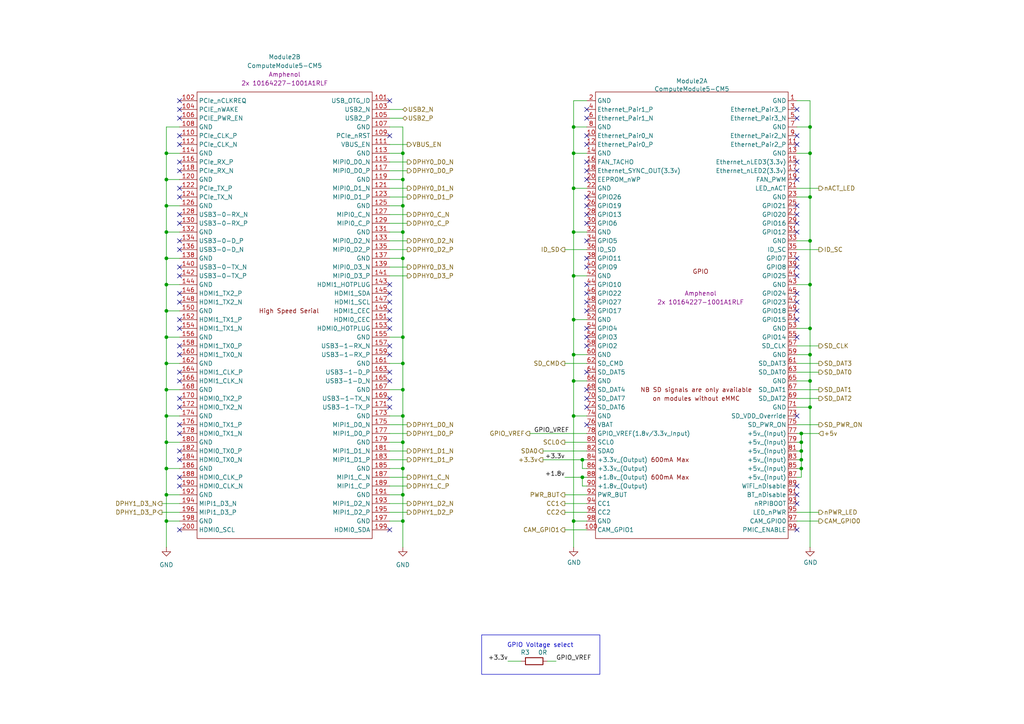
<source format=kicad_sch>
(kicad_sch (version 20231120) (generator "eeschema") (generator_version "8.0")
  (paper "A4")
  (lib_symbols
    (symbol "CM5IO:ComputeModule5-CM5"
      (property "Reference" "Module" (at 113.03 -68.58 0))
      (property "Value" "ComputeModule5-CM5" (at 140.97 2.54 0))
      (property "Field4" "Amphenol" (at 0 0 0))
      (property "Field5" "2x 10164227-1001A1RLF" (at 0 -2.54 0))
      (symbol "ComputeModule5-CM5_1_0"
        (text "GPIO" (at 0 6.35 0) (effects (font (size 1.27 1.27))))
      )
      (symbol "ComputeModule5-CM5_1_1"
        (rectangle (start -30.48 -71.12) (end 25.4 58.42))
        (text "600mA Max" (at -8.89 -53.34 0) (effects (font (size 1.27 1.27))))
        (text "600mA Max" (at -8.89 -48.26 0) (effects (font (size 1.27 1.27))))
        (text "NB SD signals are only available" (at -1.27 -27.94 0) (effects (font (size 1.27 1.27))))
        (text "on modules without eMMC" (at -1.27 -30.48 0) (effects (font (size 1.27 1.27))))
        (pin power_in line (at 27.94 55.88 180) (length 2.54) (name "GND") (number "1"))
        (pin passive line (at -33.02 45.72 0) (length 2.54) (name "Ethernet_Pair0_N") (number "10"))
        (pin passive line (at -33.02 -68.58 0) (length 2.54) (name "CAM_GPIO1") (number "100"))
        (pin passive line (at 27.94 43.18 180) (length 2.54) (name "Ethernet_Pair2_P") (number "11"))
        (pin passive line (at -33.02 43.18 0) (length 2.54) (name "Ethernet_Pair0_P") (number "12"))
        (pin power_in line (at 27.94 40.64 180) (length 2.54) (name "GND") (number "13"))
        (pin power_in line (at -33.02 40.64 0) (length 2.54) (name "GND") (number "14"))
        (pin output line (at 27.94 38.1 180) (length 2.54) (name "Ethernet_nLED3(3.3v)") (number "15"))
        (pin input line (at -33.02 38.1 0) (length 2.54) (name "FAN_TACHO") (number "16"))
        (pin output line (at 27.94 35.56 180) (length 2.54) (name "Ethernet_nLED2(3.3v)") (number "17"))
        (pin input line (at -33.02 35.56 0) (length 2.54) (name "Ethernet_SYNC_OUT(3.3v)") (number "18"))
        (pin output line (at 27.94 33.02 180) (length 2.54) (name "FAN_PWM") (number "19"))
        (pin power_in line (at -33.02 55.88 0) (length 2.54) (name "GND") (number "2"))
        (pin passive line (at -33.02 33.02 0) (length 2.54) (name "EEPROM_nWP") (number "20"))
        (pin open_collector line (at 27.94 30.48 180) (length 2.54) (name "LED_nACT") (number "21"))
        (pin power_in line (at -33.02 30.48 0) (length 2.54) (name "GND") (number "22"))
        (pin power_in line (at 27.94 27.94 180) (length 2.54) (name "GND") (number "23"))
        (pin passive line (at -33.02 27.94 0) (length 2.54) (name "GPIO26") (number "24"))
        (pin passive line (at 27.94 25.4 180) (length 2.54) (name "GPIO21") (number "25"))
        (pin passive line (at -33.02 25.4 0) (length 2.54) (name "GPIO19") (number "26"))
        (pin passive line (at 27.94 22.86 180) (length 2.54) (name "GPIO20") (number "27"))
        (pin passive line (at -33.02 22.86 0) (length 2.54) (name "GPIO13") (number "28"))
        (pin passive line (at 27.94 20.32 180) (length 2.54) (name "GPIO16") (number "29"))
        (pin passive line (at 27.94 53.34 180) (length 2.54) (name "Ethernet_Pair3_P") (number "3"))
        (pin passive line (at -33.02 20.32 0) (length 2.54) (name "GPIO6") (number "30"))
        (pin passive line (at 27.94 17.78 180) (length 2.54) (name "GPIO12") (number "31"))
        (pin power_in line (at -33.02 17.78 0) (length 2.54) (name "GND") (number "32"))
        (pin power_in line (at 27.94 15.24 180) (length 2.54) (name "GND") (number "33"))
        (pin passive line (at -33.02 15.24 0) (length 2.54) (name "GPIO5") (number "34"))
        (pin passive line (at 27.94 12.7 180) (length 2.54) (name "ID_SC") (number "35"))
        (pin passive line (at -33.02 12.7 0) (length 2.54) (name "ID_SD") (number "36"))
        (pin passive line (at 27.94 10.16 180) (length 2.54) (name "GPIO7") (number "37"))
        (pin passive line (at -33.02 10.16 0) (length 2.54) (name "GPIO11") (number "38"))
        (pin passive line (at 27.94 7.62 180) (length 2.54) (name "GPIO8") (number "39"))
        (pin passive line (at -33.02 53.34 0) (length 2.54) (name "Ethernet_Pair1_P") (number "4"))
        (pin passive line (at -33.02 7.62 0) (length 2.54) (name "GPIO9") (number "40"))
        (pin passive line (at 27.94 5.08 180) (length 2.54) (name "GPIO25") (number "41"))
        (pin power_in line (at -33.02 5.08 0) (length 2.54) (name "GND") (number "42"))
        (pin power_in line (at 27.94 2.54 180) (length 2.54) (name "GND") (number "43"))
        (pin passive line (at -33.02 2.54 0) (length 2.54) (name "GPIO10") (number "44"))
        (pin passive line (at 27.94 0 180) (length 2.54) (name "GPIO24") (number "45"))
        (pin passive line (at -33.02 0 0) (length 2.54) (name "GPIO22") (number "46"))
        (pin passive line (at 27.94 -2.54 180) (length 2.54) (name "GPIO23") (number "47"))
        (pin passive line (at -33.02 -2.54 0) (length 2.54) (name "GPIO27") (number "48"))
        (pin passive line (at 27.94 -5.08 180) (length 2.54) (name "GPIO18") (number "49"))
        (pin passive line (at 27.94 50.8 180) (length 2.54) (name "Ethernet_Pair3_N") (number "5"))
        (pin passive line (at -33.02 -5.08 0) (length 2.54) (name "GPIO17") (number "50"))
        (pin passive line (at 27.94 -7.62 180) (length 2.54) (name "GPIO15") (number "51"))
        (pin power_in line (at -33.02 -7.62 0) (length 2.54) (name "GND") (number "52"))
        (pin power_in line (at 27.94 -10.16 180) (length 2.54) (name "GND") (number "53"))
        (pin passive line (at -33.02 -10.16 0) (length 2.54) (name "GPIO4") (number "54"))
        (pin passive line (at 27.94 -12.7 180) (length 2.54) (name "GPIO14") (number "55"))
        (pin passive line (at -33.02 -12.7 0) (length 2.54) (name "GPIO3") (number "56"))
        (pin passive line (at 27.94 -15.24 180) (length 2.54) (name "SD_CLK") (number "57"))
        (pin passive line (at -33.02 -15.24 0) (length 2.54) (name "GPIO2") (number "58"))
        (pin power_in line (at 27.94 -17.78 180) (length 2.54) (name "GND") (number "59"))
        (pin passive line (at -33.02 50.8 0) (length 2.54) (name "Ethernet_Pair1_N") (number "6"))
        (pin power_in line (at -33.02 -17.78 0) (length 2.54) (name "GND") (number "60"))
        (pin passive line (at 27.94 -20.32 180) (length 2.54) (name "SD_DAT3") (number "61"))
        (pin passive line (at -33.02 -20.32 0) (length 2.54) (name "SD_CMD") (number "62"))
        (pin passive line (at 27.94 -22.86 180) (length 2.54) (name "SD_DAT0") (number "63"))
        (pin passive line (at -33.02 -22.86 0) (length 2.54) (name "SD_DAT5") (number "64"))
        (pin power_in line (at 27.94 -25.4 180) (length 2.54) (name "GND") (number "65"))
        (pin power_in line (at -33.02 -25.4 0) (length 2.54) (name "GND") (number "66"))
        (pin passive line (at 27.94 -27.94 180) (length 2.54) (name "SD_DAT1") (number "67"))
        (pin passive line (at -33.02 -27.94 0) (length 2.54) (name "SD_DAT4") (number "68"))
        (pin passive line (at 27.94 -30.48 180) (length 2.54) (name "SD_DAT2") (number "69"))
        (pin power_in line (at 27.94 48.26 180) (length 2.54) (name "GND") (number "7"))
        (pin passive line (at -33.02 -30.48 0) (length 2.54) (name "SD_DAT7") (number "70"))
        (pin power_in line (at 27.94 -33.02 180) (length 2.54) (name "GND") (number "71"))
        (pin passive line (at -33.02 -33.02 0) (length 2.54) (name "SD_DAT6") (number "72"))
        (pin input line (at 27.94 -35.56 180) (length 2.54) (name "SD_VDD_Override") (number "73"))
        (pin power_in line (at -33.02 -35.56 0) (length 2.54) (name "GND") (number "74"))
        (pin output line (at 27.94 -38.1 180) (length 2.54) (name "SD_PWR_ON") (number "75"))
        (pin passive line (at -33.02 -38.1 0) (length 2.54) (name "VBAT") (number "76"))
        (pin power_in line (at 27.94 -40.64 180) (length 2.54) (name "+5v_(Input)") (number "77"))
        (pin power_in line (at -33.02 -40.64 0) (length 2.54) (name "GPIO_VREF(1.8v/3.3v_Input)") (number "78"))
        (pin power_in line (at 27.94 -43.18 180) (length 2.54) (name "+5v_(Input)") (number "79"))
        (pin power_in line (at -33.02 48.26 0) (length 2.54) (name "GND") (number "8"))
        (pin passive line (at -33.02 -43.18 0) (length 2.54) (name "SCL0") (number "80"))
        (pin power_in line (at 27.94 -45.72 180) (length 2.54) (name "+5v_(Input)") (number "81"))
        (pin passive line (at -33.02 -45.72 0) (length 2.54) (name "SDA0") (number "82"))
        (pin power_in line (at 27.94 -48.26 180) (length 2.54) (name "+5v_(Input)") (number "83"))
        (pin power_out line (at -33.02 -48.26 0) (length 2.54) (name "+3.3v_(Output)") (number "84"))
        (pin power_in line (at 27.94 -50.8 180) (length 2.54) (name "+5v_(Input)") (number "85"))
        (pin passive line (at -33.02 -50.8 0) (length 2.54) (name "+3.3v_(Output)") (number "86"))
        (pin power_in line (at 27.94 -53.34 180) (length 2.54) (name "+5v_(Input)") (number "87"))
        (pin power_out line (at -33.02 -53.34 0) (length 2.54) (name "+1.8v_(Output)") (number "88"))
        (pin input line (at 27.94 -55.88 180) (length 2.54) (name "WiFi_nDisable") (number "89"))
        (pin passive line (at 27.94 45.72 180) (length 2.54) (name "Ethernet_Pair2_N") (number "9"))
        (pin passive line (at -33.02 -55.88 0) (length 2.54) (name "+1.8v_(Output)") (number "90"))
        (pin input line (at 27.94 -58.42 180) (length 2.54) (name "BT_nDisable") (number "91"))
        (pin passive line (at -33.02 -58.42 0) (length 2.54) (name "PWR_BUT") (number "92"))
        (pin input line (at 27.94 -60.96 180) (length 2.54) (name "nRPIBOOT") (number "93"))
        (pin passive line (at -33.02 -60.96 0) (length 2.54) (name "CC1") (number "94"))
        (pin output line (at 27.94 -63.5 180) (length 2.54) (name "LED_nPWR") (number "95"))
        (pin passive line (at -33.02 -63.5 0) (length 2.54) (name "CC2") (number "96"))
        (pin passive line (at 27.94 -66.04 180) (length 2.54) (name "CAM_GPIO0") (number "97"))
        (pin power_in line (at -33.02 -66.04 0) (length 2.54) (name "GND") (number "98"))
        (pin input line (at 27.94 -68.58 180) (length 2.54) (name "PMIC_ENABLE") (number "99"))
      )
      (symbol "ComputeModule5-CM5_2_1"
        (rectangle (start 114.3 -66.04) (end 165.1 63.5))
        (text "High Speed Serial" (at 140.97 0 0) (effects (font (size 1.27 1.27))))
        (pin input line (at 170.18 60.96 180) (length 5.08) (name "USB_OTG_ID") (number "101"))
        (pin input line (at 109.22 60.96 0) (length 5.08) (name "PCIe_nCLKREQ") (number "102"))
        (pin passive line (at 170.18 58.42 180) (length 5.08) (name "USB2_N") (number "103"))
        (pin input line (at 109.22 58.42 0) (length 5.08) (name "PCIE_nWAKE") (number "104"))
        (pin passive line (at 170.18 55.88 180) (length 5.08) (name "USB2_P") (number "105"))
        (pin output line (at 109.22 55.88 0) (length 5.08) (name "PCIE_PWR_EN") (number "106"))
        (pin power_in line (at 170.18 53.34 180) (length 5.08) (name "GND") (number "107"))
        (pin power_in line (at 109.22 53.34 0) (length 5.08) (name "GND") (number "108"))
        (pin output line (at 170.18 50.8 180) (length 5.08) (name "PCIe_nRST") (number "109"))
        (pin output line (at 109.22 50.8 0) (length 5.08) (name "PCIe_CLK_P") (number "110"))
        (pin output line (at 170.18 48.26 180) (length 5.08) (name "VBUS_EN") (number "111"))
        (pin output line (at 109.22 48.26 0) (length 5.08) (name "PCIe_CLK_N") (number "112"))
        (pin power_in line (at 170.18 45.72 180) (length 5.08) (name "GND") (number "113"))
        (pin power_in line (at 109.22 45.72 0) (length 5.08) (name "GND") (number "114"))
        (pin input line (at 170.18 43.18 180) (length 5.08) (name "MIPI0_D0_N") (number "115"))
        (pin input line (at 109.22 43.18 0) (length 5.08) (name "PCIe_RX_P") (number "116"))
        (pin input line (at 170.18 40.64 180) (length 5.08) (name "MIPI0_D0_P") (number "117"))
        (pin input line (at 109.22 40.64 0) (length 5.08) (name "PCIe_RX_N") (number "118"))
        (pin power_in line (at 170.18 38.1 180) (length 5.08) (name "GND") (number "119"))
        (pin power_in line (at 109.22 38.1 0) (length 5.08) (name "GND") (number "120"))
        (pin input line (at 170.18 35.56 180) (length 5.08) (name "MIPI0_D1_N") (number "121"))
        (pin output line (at 109.22 35.56 0) (length 5.08) (name "PCIe_TX_P") (number "122"))
        (pin input line (at 170.18 33.02 180) (length 5.08) (name "MIPI0_D1_P") (number "123"))
        (pin output line (at 109.22 33.02 0) (length 5.08) (name "PCIe_TX_N") (number "124"))
        (pin power_in line (at 170.18 30.48 180) (length 5.08) (name "GND") (number "125"))
        (pin power_in line (at 109.22 30.48 0) (length 5.08) (name "GND") (number "126"))
        (pin input line (at 170.18 27.94 180) (length 5.08) (name "MIPI0_C_N") (number "127"))
        (pin input line (at 109.22 27.94 0) (length 5.08) (name "USB3-0-RX_N") (number "128"))
        (pin input line (at 170.18 25.4 180) (length 5.08) (name "MIPI0_C_P") (number "129"))
        (pin input line (at 109.22 25.4 0) (length 5.08) (name "USB3-0-RX_P") (number "130"))
        (pin power_in line (at 170.18 22.86 180) (length 5.08) (name "GND") (number "131"))
        (pin power_in line (at 109.22 22.86 0) (length 5.08) (name "GND") (number "132"))
        (pin input line (at 170.18 20.32 180) (length 5.08) (name "MIPI0_D2_N") (number "133"))
        (pin passive line (at 109.22 20.32 0) (length 5.08) (name "USB3-0-D_P") (number "134"))
        (pin input line (at 170.18 17.78 180) (length 5.08) (name "MIPI0_D2_P") (number "135"))
        (pin passive line (at 109.22 17.78 0) (length 5.08) (name "USB3-0-D_N") (number "136"))
        (pin power_in line (at 170.18 15.24 180) (length 5.08) (name "GND") (number "137"))
        (pin power_in line (at 109.22 15.24 0) (length 5.08) (name "GND") (number "138"))
        (pin input line (at 170.18 12.7 180) (length 5.08) (name "MIPI0_D3_N") (number "139"))
        (pin output line (at 109.22 12.7 0) (length 5.08) (name "USB3-0-TX_N") (number "140"))
        (pin input line (at 170.18 10.16 180) (length 5.08) (name "MIPI0_D3_P") (number "141"))
        (pin output line (at 109.22 10.16 0) (length 5.08) (name "USB3-0-TX_P") (number "142"))
        (pin input line (at 170.18 7.62 180) (length 5.08) (name "HDMI1_HOTPLUG") (number "143"))
        (pin power_in line (at 109.22 7.62 0) (length 5.08) (name "GND") (number "144"))
        (pin bidirectional line (at 170.18 5.08 180) (length 5.08) (name "HDMI1_SDA") (number "145"))
        (pin output line (at 109.22 5.08 0) (length 5.08) (name "HDMI1_TX2_P") (number "146"))
        (pin open_collector line (at 170.18 2.54 180) (length 5.08) (name "HDMI1_SCL") (number "147"))
        (pin output line (at 109.22 2.54 0) (length 5.08) (name "HDMI1_TX2_N") (number "148"))
        (pin open_collector line (at 170.18 0 180) (length 5.08) (name "HDMI1_CEC") (number "149"))
        (pin power_in line (at 109.22 0 0) (length 5.08) (name "GND") (number "150"))
        (pin open_collector line (at 170.18 -2.54 180) (length 5.08) (name "HDMI0_CEC") (number "151"))
        (pin output line (at 109.22 -2.54 0) (length 5.08) (name "HDMI1_TX1_P") (number "152"))
        (pin input line (at 170.18 -5.08 180) (length 5.08) (name "HDMI0_HOTPLUG") (number "153"))
        (pin output line (at 109.22 -5.08 0) (length 5.08) (name "HDMI1_TX1_N") (number "154"))
        (pin power_in line (at 170.18 -7.62 180) (length 5.08) (name "GND") (number "155"))
        (pin power_in line (at 109.22 -7.62 0) (length 5.08) (name "GND") (number "156"))
        (pin input line (at 170.18 -10.16 180) (length 5.08) (name "USB3-1-RX_N") (number "157"))
        (pin output line (at 109.22 -10.16 0) (length 5.08) (name "HDMI1_TX0_P") (number "158"))
        (pin input line (at 170.18 -12.7 180) (length 5.08) (name "USB3-1-RX_P") (number "159"))
        (pin output line (at 109.22 -12.7 0) (length 5.08) (name "HDMI1_TX0_N") (number "160"))
        (pin power_in line (at 170.18 -15.24 180) (length 5.08) (name "GND") (number "161"))
        (pin power_in line (at 109.22 -15.24 0) (length 5.08) (name "GND") (number "162"))
        (pin passive line (at 170.18 -17.78 180) (length 5.08) (name "USB3-1-D_P") (number "163"))
        (pin output line (at 109.22 -17.78 0) (length 5.08) (name "HDMI1_CLK_P") (number "164"))
        (pin passive line (at 170.18 -20.32 180) (length 5.08) (name "USB3-1-D_N") (number "165"))
        (pin output line (at 109.22 -20.32 0) (length 5.08) (name "HDMI1_CLK_N") (number "166"))
        (pin power_in line (at 170.18 -22.86 180) (length 5.08) (name "GND") (number "167"))
        (pin power_in line (at 109.22 -22.86 0) (length 5.08) (name "GND") (number "168"))
        (pin output line (at 170.18 -25.4 180) (length 5.08) (name "USB3-1-TX_N") (number "169"))
        (pin output line (at 109.22 -25.4 0) (length 5.08) (name "HDMI0_TX2_P") (number "170"))
        (pin output line (at 170.18 -27.94 180) (length 5.08) (name "USB3-1-TX_P") (number "171"))
        (pin output line (at 109.22 -27.94 0) (length 5.08) (name "HDMI0_TX2_N") (number "172"))
        (pin power_in line (at 170.18 -30.48 180) (length 5.08) (name "GND") (number "173"))
        (pin power_in line (at 109.22 -30.48 0) (length 5.08) (name "GND") (number "174"))
        (pin output line (at 170.18 -33.02 180) (length 5.08) (name "MIPI1_D0_N") (number "175"))
        (pin output line (at 109.22 -33.02 0) (length 5.08) (name "HDMI0_TX1_P") (number "176"))
        (pin output line (at 170.18 -35.56 180) (length 5.08) (name "MIPI1_D0_P") (number "177"))
        (pin output line (at 109.22 -35.56 0) (length 5.08) (name "HDMI0_TX1_N") (number "178"))
        (pin power_in line (at 170.18 -38.1 180) (length 5.08) (name "GND") (number "179"))
        (pin power_in line (at 109.22 -38.1 0) (length 5.08) (name "GND") (number "180"))
        (pin output line (at 170.18 -40.64 180) (length 5.08) (name "MIPI1_D1_N") (number "181"))
        (pin output line (at 109.22 -40.64 0) (length 5.08) (name "HDMI0_TX0_P") (number "182"))
        (pin output line (at 170.18 -43.18 180) (length 5.08) (name "MIPI1_D1_P") (number "183"))
        (pin output line (at 109.22 -43.18 0) (length 5.08) (name "HDMI0_TX0_N") (number "184"))
        (pin power_in line (at 170.18 -45.72 180) (length 5.08) (name "GND") (number "185"))
        (pin power_in line (at 109.22 -45.72 0) (length 5.08) (name "GND") (number "186"))
        (pin output line (at 170.18 -48.26 180) (length 5.08) (name "MIPI1_C_N") (number "187"))
        (pin output line (at 109.22 -48.26 0) (length 5.08) (name "HDMI0_CLK_P") (number "188"))
        (pin output line (at 170.18 -50.8 180) (length 5.08) (name "MIPI1_C_P") (number "189"))
        (pin output line (at 109.22 -50.8 0) (length 5.08) (name "HDMI0_CLK_N") (number "190"))
        (pin power_in line (at 170.18 -53.34 180) (length 5.08) (name "GND") (number "191"))
        (pin power_in line (at 109.22 -53.34 0) (length 5.08) (name "GND") (number "192"))
        (pin output line (at 170.18 -55.88 180) (length 5.08) (name "MIPI1_D2_N") (number "193"))
        (pin output line (at 109.22 -55.88 0) (length 5.08) (name "MIPI1_D3_N") (number "194"))
        (pin output line (at 170.18 -58.42 180) (length 5.08) (name "MIPI1_D2_P") (number "195"))
        (pin output line (at 109.22 -58.42 0) (length 5.08) (name "MIPI1_D3_P") (number "196"))
        (pin power_in line (at 170.18 -60.96 180) (length 5.08) (name "GND") (number "197"))
        (pin power_in line (at 109.22 -60.96 0) (length 5.08) (name "GND") (number "198"))
        (pin bidirectional line (at 170.18 -63.5 180) (length 5.08) (name "HDMI0_SDA") (number "199"))
        (pin open_collector line (at 109.22 -63.5 0) (length 5.08) (name "HDMI0_SCL") (number "200"))
      )
    )
    (symbol "Device:R" (pin_numbers hide) (pin_names (offset 0))
      (property "Reference" "R" (at 2.032 0 90))
      (property "Value" "R" (at 0 0 90))
      (symbol "R_0_1"
        (rectangle (start -1.016 -2.54) (end 1.016 2.54) (stroke (width 0.254)))
      )
      (symbol "R_1_1"
        (pin passive line (at 0 3.81 270) (length 1.27) (name "~") (number "1"))
        (pin passive line (at 0 -3.81 90) (length 1.27) (name "~") (number "2"))
      )
    )
    (symbol "power:GND" (power) (pin_numbers hide) (pin_names (offset 0) hide)
      (property "Value" "GND" (at 0 -3.81 0))
      (symbol "GND_0_1"
        (polyline (pts (xy 0 0) (xy 0 -1.27) (xy 1.27 -1.27) (xy 0 -2.54) (xy -1.27 -1.27) (xy 0 -1.27)))
      )
      (symbol "GND_1_1"
        (pin power_in line (at 0 0 270) (length 0) (name "~") (number "1"))
      )
    )
  )
  (junction (at 116.84 97.79))
  (junction (at 116.84 120.65))
  (junction (at 48.26 44.45))
  (junction (at 116.84 74.93))
  (junction (at 116.84 135.89))
  (junction (at 232.41 130.81))
  (junction (at 48.26 52.07))
  (junction (at 116.84 52.07))
  (junction (at 116.84 105.41))
  (junction (at 234.95 36.83))
  (junction (at 232.41 128.27))
  (junction (at 232.41 133.35))
  (junction (at 116.84 151.13))
  (junction (at 166.37 67.31))
  (junction (at 48.26 97.79))
  (junction (at 116.84 143.51))
  (junction (at 232.41 125.73))
  (junction (at 234.95 110.49))
  (junction (at 234.95 82.55))
  (junction (at 48.26 120.65))
  (junction (at 48.26 74.93))
  (junction (at 234.95 102.87))
  (junction (at 166.37 80.01))
  (junction (at 116.84 59.69))
  (junction (at 168.91 133.35))
  (junction (at 116.84 44.45))
  (junction (at 116.84 113.03))
  (junction (at 166.37 36.83))
  (junction (at 234.95 95.25))
  (junction (at 232.41 135.89))
  (junction (at 48.26 113.03))
  (junction (at 48.26 151.13))
  (junction (at 48.26 82.55))
  (junction (at 166.37 102.87))
  (junction (at 234.95 44.45))
  (junction (at 166.37 151.13))
  (junction (at 166.37 92.71))
  (junction (at 116.84 128.27))
  (junction (at 48.26 128.27))
  (junction (at 166.37 120.65))
  (junction (at 48.26 59.69))
  (junction (at 166.37 54.61))
  (junction (at 48.26 143.51))
  (junction (at 234.95 69.85))
  (junction (at 48.26 90.17))
  (junction (at 48.26 67.31))
  (junction (at 166.37 110.49))
  (junction (at 48.26 105.41))
  (junction (at 116.84 67.31))
  (junction (at 168.91 138.43))
  (junction (at 166.37 44.45))
  (junction (at 234.95 118.11))
  (junction (at 234.95 57.15))
  (junction (at 48.26 135.89))
  (no_connect (at 231.14 49.53))
  (no_connect (at 231.14 59.69))
  (no_connect (at 231.14 46.99))
  (no_connect (at 52.07 140.97))
  (no_connect (at 170.18 34.29))
  (no_connect (at 231.14 41.91))
  (no_connect (at 170.18 52.07))
  (no_connect (at 113.03 95.25))
  (no_connect (at 52.07 34.29))
  (no_connect (at 170.18 107.95))
  (no_connect (at 170.18 31.75))
  (no_connect (at 52.07 95.25))
  (no_connect (at 231.14 62.23))
  (no_connect (at 52.07 62.23))
  (no_connect (at 231.14 39.37))
  (no_connect (at 231.14 64.77))
  (no_connect (at 231.14 34.29))
  (no_connect (at 52.07 87.63))
  (no_connect (at 231.14 67.31))
  (no_connect (at 113.03 87.63))
  (no_connect (at 52.07 85.09))
  (no_connect (at 170.18 123.19))
  (no_connect (at 113.03 92.71))
  (no_connect (at 52.07 102.87))
  (no_connect (at 170.18 77.47))
  (no_connect (at 170.18 39.37))
  (no_connect (at 113.03 39.37))
  (no_connect (at 52.07 115.57))
  (no_connect (at 170.18 97.79))
  (no_connect (at 52.07 31.75))
  (no_connect (at 231.14 87.63))
  (no_connect (at 52.07 54.61))
  (no_connect (at 170.18 115.57))
  (no_connect (at 52.07 72.39))
  (no_connect (at 52.07 64.77))
  (no_connect (at 231.14 97.79))
  (no_connect (at 170.18 118.11))
  (no_connect (at 231.14 140.97))
  (no_connect (at 113.03 110.49))
  (no_connect (at 231.14 74.93))
  (no_connect (at 52.07 153.67))
  (no_connect (at 231.14 143.51))
  (no_connect (at 170.18 95.25))
  (no_connect (at 170.18 74.93))
  (no_connect (at 170.18 87.63))
  (no_connect (at 231.14 90.17))
  (no_connect (at 52.07 41.91))
  (no_connect (at 52.07 110.49))
  (no_connect (at 52.07 49.53))
  (no_connect (at 113.03 100.33))
  (no_connect (at 52.07 130.81))
  (no_connect (at 231.14 92.71))
  (no_connect (at 170.18 46.99))
  (no_connect (at 113.03 102.87))
  (no_connect (at 170.18 100.33))
  (no_connect (at 52.07 46.99))
  (no_connect (at 170.18 59.69))
  (no_connect (at 52.07 39.37))
  (no_connect (at 170.18 41.91))
  (no_connect (at 231.14 146.05))
  (no_connect (at 231.14 80.01))
  (no_connect (at 52.07 100.33))
  (no_connect (at 52.07 80.01))
  (no_connect (at 231.14 120.65))
  (no_connect (at 170.18 69.85))
  (no_connect (at 113.03 118.11))
  (no_connect (at 231.14 153.67))
  (no_connect (at 231.14 77.47))
  (no_connect (at 52.07 29.21))
  (no_connect (at 52.07 92.71))
  (no_connect (at 113.03 107.95))
  (no_connect (at 231.14 31.75))
  (no_connect (at 113.03 82.55))
  (no_connect (at 52.07 118.11))
  (no_connect (at 170.18 82.55))
  (no_connect (at 170.18 90.17))
  (no_connect (at 231.14 52.07))
  (no_connect (at 52.07 107.95))
  (no_connect (at 52.07 133.35))
  (no_connect (at 170.18 64.77))
  (no_connect (at 170.18 62.23))
  (no_connect (at 52.07 125.73))
  (no_connect (at 113.03 85.09))
  (no_connect (at 52.07 69.85))
  (no_connect (at 231.14 85.09))
  (no_connect (at 52.07 77.47))
  (no_connect (at 170.18 49.53))
  (no_connect (at 170.18 57.15))
  (no_connect (at 113.03 90.17))
  (no_connect (at 52.07 57.15))
  (no_connect (at 170.18 113.03))
  (no_connect (at 113.03 153.67))
  (no_connect (at 52.07 123.19))
  (no_connect (at 52.07 138.43))
  (no_connect (at 113.03 29.21))
  (no_connect (at 170.18 85.09))
  (no_connect (at 113.03 115.57))
  (wire (pts (xy 166.37 92.71) (xy 170.18 92.71)))
  (wire (pts (xy 48.26 105.41) (xy 52.07 105.41)))
  (wire (pts (xy 231.14 151.13) (xy 237.49 151.13)))
  (wire (pts (xy 48.26 82.55) (xy 52.07 82.55)))
  (wire (pts (xy 116.84 67.31) (xy 116.84 74.93)))
  (wire (pts (xy 48.26 82.55) (xy 48.26 90.17)))
  (wire (pts (xy 163.83 138.43) (xy 168.91 138.43)))
  (wire (pts (xy 166.37 44.45) (xy 166.37 54.61)))
  (wire (pts (xy 48.26 128.27) (xy 52.07 128.27)))
  (wire (pts (xy 231.14 102.87) (xy 234.95 102.87)))
  (wire (pts (xy 166.37 92.71) (xy 166.37 102.87)))
  (wire (pts (xy 116.84 135.89) (xy 116.84 143.51)))
  (wire (pts (xy 166.37 80.01) (xy 170.18 80.01)))
  (wire (pts (xy 113.03 97.79) (xy 116.84 97.79)))
  (wire (pts (xy 113.03 67.31) (xy 116.84 67.31)))
  (wire (pts (xy 48.26 120.65) (xy 48.26 128.27)))
  (wire (pts (xy 113.03 148.59) (xy 118.11 148.59)))
  (wire (pts (xy 113.03 80.01) (xy 118.11 80.01)))
  (wire (pts (xy 231.14 125.73) (xy 232.41 125.73)))
  (wire (pts (xy 113.03 77.47) (xy 118.11 77.47)))
  (wire (pts (xy 147.32 191.77) (xy 151.13 191.77)))
  (wire (pts (xy 48.26 143.51) (xy 48.26 151.13)))
  (wire (pts (xy 231.14 135.89) (xy 232.41 135.89)))
  (wire (pts (xy 113.03 64.77) (xy 118.11 64.77)))
  (wire (pts (xy 157.48 133.35) (xy 168.91 133.35)))
  (wire (pts (xy 48.26 113.03) (xy 48.26 120.65)))
  (wire (pts (xy 232.41 138.43) (xy 232.41 135.89)))
  (wire (pts (xy 113.03 69.85) (xy 118.11 69.85)))
  (wire (pts (xy 48.26 59.69) (xy 48.26 67.31)))
  (wire (pts (xy 48.26 151.13) (xy 48.26 158.75)))
  (wire (pts (xy 48.26 44.45) (xy 52.07 44.45)))
  (wire (pts (xy 231.14 100.33) (xy 237.49 100.33)))
  (wire (pts (xy 153.67 125.73) (xy 170.18 125.73)))
  (wire (pts (xy 163.83 72.39) (xy 170.18 72.39)))
  (wire (pts (xy 48.26 74.93) (xy 48.26 82.55)))
  (wire (pts (xy 116.84 97.79) (xy 116.84 105.41)))
  (wire (pts (xy 48.26 90.17) (xy 48.26 97.79)))
  (wire (pts (xy 170.18 135.89) (xy 168.91 135.89)))
  (wire (pts (xy 231.14 72.39) (xy 237.49 72.39)))
  (wire (pts (xy 113.03 120.65) (xy 116.84 120.65)))
  (wire (pts (xy 234.95 57.15) (xy 234.95 69.85)))
  (wire (pts (xy 113.03 113.03) (xy 116.84 113.03)))
  (wire (pts (xy 113.03 52.07) (xy 116.84 52.07)))
  (wire (pts (xy 116.84 105.41) (xy 116.84 113.03)))
  (wire (pts (xy 113.03 130.81) (xy 118.11 130.81)))
  (wire (pts (xy 48.26 36.83) (xy 48.26 44.45)))
  (wire (pts (xy 231.14 113.03) (xy 237.49 113.03)))
  (wire (pts (xy 157.48 130.81) (xy 170.18 130.81)))
  (wire (pts (xy 113.03 138.43) (xy 118.11 138.43)))
  (wire (pts (xy 170.18 36.83) (xy 166.37 36.83)))
  (wire (pts (xy 231.14 118.11) (xy 234.95 118.11)))
  (wire (pts (xy 48.26 113.03) (xy 52.07 113.03)))
  (wire (pts (xy 231.14 138.43) (xy 232.41 138.43)))
  (wire (pts (xy 234.95 110.49) (xy 234.95 118.11)))
  (wire (pts (xy 231.14 57.15) (xy 234.95 57.15)))
  (wire (pts (xy 231.14 29.21) (xy 234.95 29.21)))
  (wire (pts (xy 166.37 120.65) (xy 166.37 151.13)))
  (wire (pts (xy 231.14 69.85) (xy 234.95 69.85)))
  (wire (pts (xy 113.03 105.41) (xy 116.84 105.41)))
  (wire (pts (xy 113.03 34.29) (xy 116.84 34.29)))
  (wire (pts (xy 166.37 54.61) (xy 166.37 67.31)))
  (wire (pts (xy 232.41 135.89) (xy 232.41 133.35)))
  (wire (pts (xy 48.26 135.89) (xy 48.26 143.51)))
  (wire (pts (xy 116.84 52.07) (xy 116.84 59.69)))
  (wire (pts (xy 48.26 143.51) (xy 52.07 143.51)))
  (wire (pts (xy 116.84 74.93) (xy 116.84 97.79)))
  (wire (pts (xy 113.03 123.19) (xy 118.11 123.19)))
  (wire (pts (xy 231.14 54.61) (xy 237.49 54.61)))
  (wire (pts (xy 113.03 36.83) (xy 116.84 36.83)))
  (wire (pts (xy 163.83 128.27) (xy 170.18 128.27)))
  (wire (pts (xy 113.03 59.69) (xy 116.84 59.69)))
  (wire (pts (xy 231.14 115.57) (xy 237.49 115.57)))
  (wire (pts (xy 166.37 102.87) (xy 166.37 110.49)))
  (wire (pts (xy 231.14 148.59) (xy 237.49 148.59)))
  (wire (pts (xy 231.14 82.55) (xy 234.95 82.55)))
  (wire (pts (xy 166.37 110.49) (xy 170.18 110.49)))
  (wire (pts (xy 113.03 146.05) (xy 118.11 146.05)))
  (wire (pts (xy 48.26 52.07) (xy 52.07 52.07)))
  (wire (pts (xy 166.37 120.65) (xy 170.18 120.65)))
  (wire (pts (xy 113.03 151.13) (xy 116.84 151.13)))
  (wire (pts (xy 116.84 59.69) (xy 116.84 67.31)))
  (wire (pts (xy 113.03 49.53) (xy 118.11 49.53)))
  (wire (pts (xy 48.26 105.41) (xy 48.26 113.03)))
  (wire (pts (xy 234.95 118.11) (xy 234.95 158.75)))
  (wire (pts (xy 48.26 59.69) (xy 52.07 59.69)))
  (wire (pts (xy 168.91 138.43) (xy 170.18 138.43)))
  (wire (pts (xy 48.26 135.89) (xy 52.07 135.89)))
  (wire (pts (xy 113.03 140.97) (xy 118.11 140.97)))
  (wire (pts (xy 234.95 102.87) (xy 234.95 110.49)))
  (wire (pts (xy 46.99 148.59) (xy 52.07 148.59)))
  (wire (pts (xy 231.14 130.81) (xy 232.41 130.81)))
  (wire (pts (xy 234.95 82.55) (xy 234.95 95.25)))
  (wire (pts (xy 113.03 74.93) (xy 116.84 74.93)))
  (wire (pts (xy 234.95 36.83) (xy 234.95 44.45)))
  (wire (pts (xy 231.14 36.83) (xy 234.95 36.83)))
  (wire (pts (xy 116.84 151.13) (xy 116.84 158.75)))
  (wire (pts (xy 113.03 143.51) (xy 116.84 143.51)))
  (wire (pts (xy 168.91 140.97) (xy 168.91 138.43)))
  (wire (pts (xy 166.37 80.01) (xy 166.37 92.71)))
  (wire (pts (xy 166.37 151.13) (xy 170.18 151.13)))
  (wire (pts (xy 163.83 105.41) (xy 170.18 105.41)))
  (wire (pts (xy 231.14 128.27) (xy 232.41 128.27)))
  (wire (pts (xy 163.83 143.51) (xy 170.18 143.51)))
  (wire (pts (xy 116.84 120.65) (xy 116.84 128.27)))
  (wire (pts (xy 116.84 36.83) (xy 116.84 44.45)))
  (wire (pts (xy 113.03 135.89) (xy 116.84 135.89)))
  (wire (pts (xy 113.03 133.35) (xy 118.11 133.35)))
  (wire (pts (xy 234.95 29.21) (xy 234.95 36.83)))
  (wire (pts (xy 48.26 151.13) (xy 52.07 151.13)))
  (wire (pts (xy 166.37 110.49) (xy 166.37 120.65)))
  (wire (pts (xy 231.14 110.49) (xy 234.95 110.49)))
  (wire (pts (xy 46.99 146.05) (xy 52.07 146.05)))
  (wire (pts (xy 234.95 44.45) (xy 234.95 57.15)))
  (wire (pts (xy 113.03 54.61) (xy 118.11 54.61)))
  (wire (pts (xy 48.26 52.07) (xy 48.26 59.69)))
  (wire (pts (xy 231.14 44.45) (xy 234.95 44.45)))
  (wire (pts (xy 166.37 67.31) (xy 170.18 67.31)))
  (wire (pts (xy 168.91 135.89) (xy 168.91 133.35)))
  (wire (pts (xy 113.03 62.23) (xy 118.11 62.23)))
  (wire (pts (xy 170.18 140.97) (xy 168.91 140.97)))
  (wire (pts (xy 113.03 31.75) (xy 116.84 31.75)))
  (wire (pts (xy 116.84 143.51) (xy 116.84 151.13)))
  (wire (pts (xy 163.83 153.67) (xy 170.18 153.67)))
  (wire (pts (xy 48.26 67.31) (xy 52.07 67.31)))
  (wire (pts (xy 116.84 128.27) (xy 116.84 135.89)))
  (wire (pts (xy 166.37 102.87) (xy 170.18 102.87)))
  (wire (pts (xy 113.03 72.39) (xy 118.11 72.39)))
  (wire (pts (xy 231.14 105.41) (xy 237.49 105.41)))
  (wire (pts (xy 231.14 133.35) (xy 232.41 133.35)))
  (wire (pts (xy 163.83 148.59) (xy 170.18 148.59)))
  (wire (pts (xy 170.18 29.21) (xy 166.37 29.21)))
  (wire (pts (xy 163.83 146.05) (xy 170.18 146.05)))
  (wire (pts (xy 116.84 44.45) (xy 116.84 52.07)))
  (wire (pts (xy 116.84 113.03) (xy 116.84 120.65)))
  (wire (pts (xy 231.14 107.95) (xy 237.49 107.95)))
  (wire (pts (xy 113.03 46.99) (xy 118.11 46.99)))
  (wire (pts (xy 52.07 36.83) (xy 48.26 36.83)))
  (wire (pts (xy 234.95 69.85) (xy 234.95 82.55)))
  (wire (pts (xy 48.26 120.65) (xy 52.07 120.65)))
  (wire (pts (xy 168.91 133.35) (xy 170.18 133.35)))
  (wire (pts (xy 166.37 44.45) (xy 170.18 44.45)))
  (wire (pts (xy 48.26 90.17) (xy 52.07 90.17)))
  (wire (pts (xy 232.41 125.73) (xy 232.41 128.27)))
  (wire (pts (xy 158.75 191.77) (xy 161.29 191.77)))
  (wire (pts (xy 166.37 54.61) (xy 170.18 54.61)))
  (wire (pts (xy 113.03 125.73) (xy 118.11 125.73)))
  (wire (pts (xy 231.14 123.19) (xy 237.49 123.19)))
  (wire (pts (xy 113.03 128.27) (xy 116.84 128.27)))
  (wire (pts (xy 48.26 67.31) (xy 48.26 74.93)))
  (wire (pts (xy 232.41 125.73) (xy 237.49 125.73)))
  (wire (pts (xy 113.03 57.15) (xy 118.11 57.15)))
  (wire (pts (xy 48.26 74.93) (xy 52.07 74.93)))
  (wire (pts (xy 48.26 128.27) (xy 48.26 135.89)))
  (wire (pts (xy 232.41 133.35) (xy 232.41 130.81)))
  (wire (pts (xy 113.03 41.91) (xy 118.11 41.91)))
  (wire (pts (xy 166.37 36.83) (xy 166.37 44.45)))
  (wire (pts (xy 166.37 151.13) (xy 166.37 158.75)))
  (wire (pts (xy 234.95 95.25) (xy 234.95 102.87)))
  (wire (pts (xy 48.26 44.45) (xy 48.26 52.07)))
  (wire (pts (xy 48.26 97.79) (xy 48.26 105.41)))
  (wire (pts (xy 113.03 44.45) (xy 116.84 44.45)))
  (wire (pts (xy 231.14 95.25) (xy 234.95 95.25)))
  (wire (pts (xy 166.37 67.31) (xy 166.37 80.01)))
  (wire (pts (xy 232.41 130.81) (xy 232.41 128.27)))
  (wire (pts (xy 48.26 97.79) (xy 52.07 97.79)))
  (wire (pts (xy 166.37 29.21) (xy 166.37 36.83)))
  (rectangle (start 139.7 184.15) (end 173.99 195.58))
  (text "GPIO Voltage select\n" (at 166.37 187.96 0) (effects (font (size 1.27 1.27)) (justify right bottom)))
  (label "+3.3v" (at 163.83 133.35 180))
  (label "GPIO_VREF" (at 165.1 125.73 180))
  (label "GPIO_VREF" (at 161.29 191.77 0))
  (label "+3.3v" (at 147.32 191.77 180))
  (label "+1.8v" (at 163.83 138.43 180))
  (hierarchical_label "DPHY0_D3_N" (shape output) (at 118.11 77.47 0))
  (hierarchical_label "DPHY1_D2_P" (shape output) (at 118.11 148.59 0))
  (hierarchical_label "SD_DAT1" (shape output) (at 237.49 113.03 0))
  (hierarchical_label "DPHY0_D0_N" (shape output) (at 118.11 46.99 0))
  (hierarchical_label "DPHY1_D1_P" (shape output) (at 118.11 133.35 0))
  (hierarchical_label "SDA0" (shape output) (at 157.48 130.81 180))
  (hierarchical_label "DPHY1_D0_P" (shape output) (at 118.11 125.73 0))
  (hierarchical_label "DPHY1_D1_N" (shape output) (at 118.11 130.81 0))
  (hierarchical_label "CAM_GPIO1" (shape output) (at 163.83 153.67 180))
  (hierarchical_label "DPHY0_D3_P" (shape output) (at 118.11 80.01 0))
  (hierarchical_label "SD_CMD" (shape output) (at 163.83 105.41 180))
  (hierarchical_label "SD_DAT3" (shape output) (at 237.49 105.41 0))
  (hierarchical_label "DPHY1_D3_P" (shape output) (at 46.99 148.59 180))
  (hierarchical_label "PWR_BUT" (shape output) (at 163.83 143.51 180))
  (hierarchical_label "ID_SD" (shape output) (at 163.83 72.39 180))
  (hierarchical_label "CC1" (shape output) (at 163.83 146.05 180))
  (hierarchical_label "CAM_GPIO0" (shape output) (at 237.49 151.13 0))
  (hierarchical_label "SD_DAT2" (shape output) (at 237.49 115.57 0))
  (hierarchical_label "+3.3v" (shape output) (at 157.48 133.35 180))
  (hierarchical_label "+5v" (shape input) (at 237.49 125.73 0))
  (hierarchical_label "VBUS_EN" (shape output) (at 118.11 41.91 0))
  (hierarchical_label "GPIO_VREF" (shape output) (at 153.67 125.73 180))
  (hierarchical_label "DPHY0_D2_N" (shape output) (at 118.11 69.85 0))
  (hierarchical_label "DPHY1_D2_N" (shape output) (at 118.11 146.05 0))
  (hierarchical_label "DPHY1_D3_N" (shape output) (at 46.99 146.05 180))
  (hierarchical_label "SCL0" (shape output) (at 163.83 128.27 180))
  (hierarchical_label "DPHY0_D0_P" (shape output) (at 118.11 49.53 0))
  (hierarchical_label "DPHY1_D0_N" (shape output) (at 118.11 123.19 0))
  (hierarchical_label "DPHY0_D1_P" (shape output) (at 118.11 57.15 0))
  (hierarchical_label "DPHY0_C_N" (shape output) (at 118.11 62.23 0))
  (hierarchical_label "ID_SC" (shape output) (at 237.49 72.39 0))
  (hierarchical_label "DPHY1_C_P" (shape output) (at 118.11 140.97 0))
  (hierarchical_label "nPWR_LED" (shape output) (at 237.49 148.59 0))
  (hierarchical_label "USB2_N" (shape bidirectional) (at 116.84 31.75 0))
  (hierarchical_label "DPHY1_C_N" (shape output) (at 118.11 138.43 0))
  (hierarchical_label "SD_DAT0" (shape output) (at 237.49 107.95 0))
  (hierarchical_label "DPHY0_D1_N" (shape output) (at 118.11 54.61 0))
  (hierarchical_label "nACT_LED" (shape output) (at 237.49 54.61 0))
  (hierarchical_label "SD_PWR_ON" (shape output) (at 237.49 123.19 0))
  (hierarchical_label "CC2" (shape output) (at 163.83 148.59 180))
  (hierarchical_label "SD_CLK" (shape output) (at 237.49 100.33 0))
  (hierarchical_label "DPHY0_C_P" (shape output) (at 118.11 64.77 0))
  (hierarchical_label "USB2_P" (shape bidirectional) (at 116.84 34.29 0))
  (hierarchical_label "DPHY0_D2_P" (shape output) (at 118.11 72.39 0))
  (symbol (lib_id "Device:R") (at 154.94 191.77 90) (unit 1)
    (property "Reference" "R3" (at 153.67 189.23 90) (effects (justify left)))
    (property "Value" "0R" (at 158.75 189.23 90) (effects (justify left)))
    (property "Footprint" "Resistor_SMD:R_0805_2012Metric_Pad1.20x1.40mm_HandSolder" (effects (hide yes)))
    (property "Datasheet" "https://fscdn.rohm.com/en/products/databook/datasheet/passive/resistor/chip_resistor/mcr-e.pdf" (effects (hide yes)))
    (property "Field4" "Farnell" (effects (hide yes)))
    (property "Field5" "9233750" (effects (hide yes)))
    (property "Field7" "Rohm" (effects (hide yes)))
    (property "Field6" "MCR10EZPJ000" (effects (hide yes)))
    (property "Part Description" "Resistor 0R M2012 5% " (effects (hide yes)))
    (property "Field8" "121629591" (effects (hide yes)))
  )
  (symbol (lib_id "power:GND") (at 234.95 158.75 0) (unit 1)
    (property "Reference" "#PWR028" (effects (hide yes)))
    (property "Value" "GND" (at 235.077 163.1442 0))
    (property "Description" "Power symbol creates a global label with name \"GND\" , ground" (effects (hide yes)))
  )
  (symbol (lib_id "CM5IO:ComputeModule5-CM5") (at 203.2 85.09 0) (unit 1)
    (property "Reference" "Module2" (at 200.66 23.495 0))
    (property "Value" "ComputeModule5-CM5" (at 200.66 25.8064 0))
    (property "Footprint" "CM5IO:Raspberry-Pi-5-Compute-Module" (effects (hide yes)))
    (property "Description" "RaspberryPi Compute module 5" (effects (hide yes)))
    (property "Field4" "Amphenol" (at 203.2 85.09 0))
    (property "Field5" "2x 10164227-1001A1RLF" (at 203.2 87.63 0))
    (property "Field6" "2x 10164227-1001A1RLF" (effects (hide yes)))
    (property "Field7" "Hirose" (effects (hide yes)))
    (property "Part Description" "	100 Position Connector Receptacle, Center Strip Contacts Surface Mount Gold" (effects (hide yes)))
  )
  (symbol (lib_id "power:GND") (at 166.37 158.75 0) (unit 1)
    (property "Reference" "#PWR027" (effects (hide yes)))
    (property "Value" "GND" (at 166.497 163.1442 0))
    (property "Description" "Power symbol creates a global label with name \"GND\" , ground" (effects (hide yes)))
  )
  (symbol (lib_id "power:GND") (at 116.84 158.75 0) (unit 1)
    (property "Reference" "#PWR026" (effects (hide yes)))
    (property "Value" "GND" (at 116.84 163.83 0))
    (property "Description" "Power symbol creates a global label with name \"GND\" , ground" (effects (hide yes)))
  )
  (symbol (lib_id "power:GND") (at 48.26 158.75 0) (unit 1)
    (property "Reference" "#PWR025" (effects (hide yes)))
    (property "Value" "GND" (at 48.26 163.83 0))
    (property "Description" "Power symbol creates a global label with name \"GND\" , ground" (effects (hide yes)))
  )
  (symbol (lib_id "CM5IO:ComputeModule5-CM5") (at -57.15 90.17 0) (unit 2)
    (property "Reference" "Module2" (at 82.55 16.51 0))
    (property "Value" "ComputeModule5-CM5" (at 82.55 19.05 0))
    (property "Footprint" "CM5IO:Raspberry-Pi-5-Compute-Module" (effects (hide yes)))
    (property "Description" "RaspberryPi Compute module 5" (effects (hide yes)))
    (property "Field4" "Amphenol" (at 82.55 21.59 0))
    (property "Field5" "2x 10164227-1001A1RLF" (at 82.55 24.13 0))
  )
)
</source>
